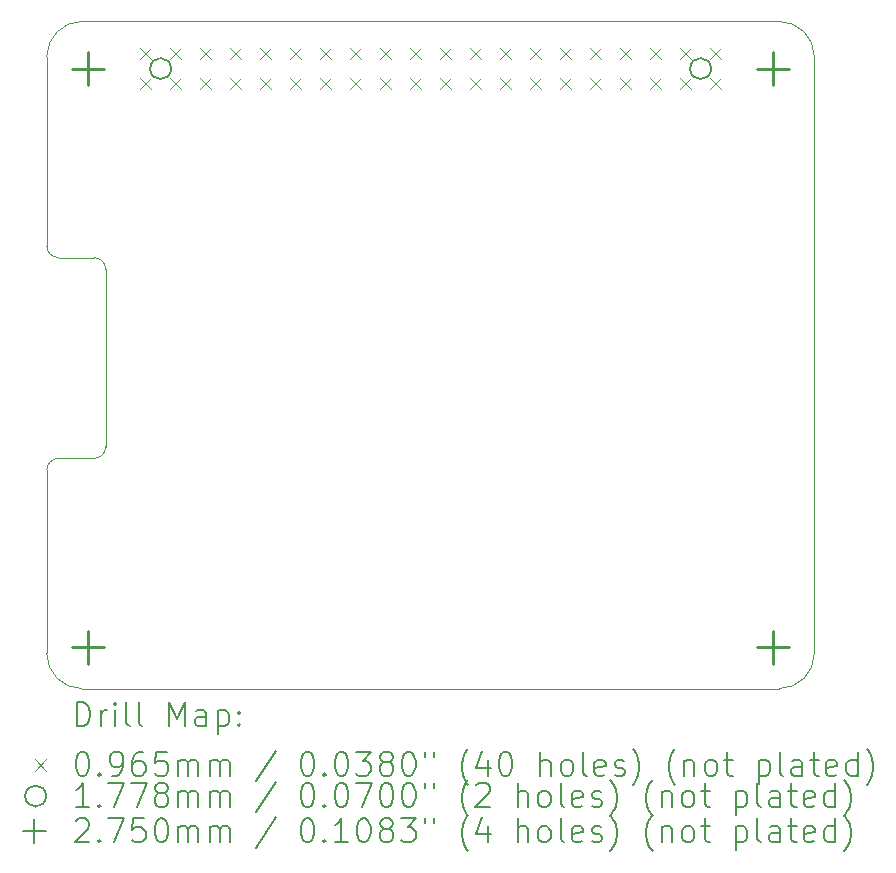
<source format=gbr>
%TF.GenerationSoftware,KiCad,Pcbnew,8.0.6*%
%TF.CreationDate,2024-12-27T23:23:58+01:00*%
%TF.ProjectId,koyomi-lvds-hat,6b6f796f-6d69-42d6-9c76-64732d686174,rev?*%
%TF.SameCoordinates,Original*%
%TF.FileFunction,Drillmap*%
%TF.FilePolarity,Positive*%
%FSLAX45Y45*%
G04 Gerber Fmt 4.5, Leading zero omitted, Abs format (unit mm)*
G04 Created by KiCad (PCBNEW 8.0.6) date 2024-12-27 23:23:58*
%MOMM*%
%LPD*%
G01*
G04 APERTURE LIST*
%ADD10C,0.100000*%
%ADD11C,0.200000*%
%ADD12C,0.177800*%
%ADD13C,0.275000*%
G04 APERTURE END LIST*
D10*
X9100000Y-6000000D02*
X9100000Y-7550000D01*
X9100000Y-2500000D02*
X9100000Y-4100000D01*
X9100000Y-2500000D02*
G75*
G02*
X9400000Y-2200000I300000J0D01*
G01*
X9100000Y-6000000D02*
G75*
G02*
X9200000Y-5900000I100000J0D01*
G01*
X9400000Y-2200000D02*
X15300000Y-2200000D01*
X15600000Y-7550000D02*
G75*
G02*
X15300000Y-7850000I-300000J0D01*
G01*
X9400000Y-7850000D02*
G75*
G02*
X9100000Y-7550000I0J300000D01*
G01*
X9400000Y-7850000D02*
X15300000Y-7850000D01*
X15300000Y-2200000D02*
G75*
G02*
X15600000Y-2500000I0J-300000D01*
G01*
X9600000Y-4300000D02*
X9600000Y-5800000D01*
X9600000Y-5800000D02*
G75*
G02*
X9500000Y-5900000I-100000J0D01*
G01*
X9200000Y-4200000D02*
X9500000Y-4200000D01*
X9200000Y-5900000D02*
X9500000Y-5900000D01*
X9500000Y-4200000D02*
G75*
G02*
X9600000Y-4300000I0J-100000D01*
G01*
X9200000Y-4200000D02*
G75*
G02*
X9100000Y-4100000I0J100000D01*
G01*
X15600000Y-2500000D02*
X15600000Y-7550000D01*
D11*
D10*
X9888740Y-2424740D02*
X9985260Y-2521260D01*
X9985260Y-2424740D02*
X9888740Y-2521260D01*
X9888740Y-2678740D02*
X9985260Y-2775260D01*
X9985260Y-2678740D02*
X9888740Y-2775260D01*
X10142740Y-2424740D02*
X10239260Y-2521260D01*
X10239260Y-2424740D02*
X10142740Y-2521260D01*
X10142740Y-2678740D02*
X10239260Y-2775260D01*
X10239260Y-2678740D02*
X10142740Y-2775260D01*
X10396740Y-2424740D02*
X10493260Y-2521260D01*
X10493260Y-2424740D02*
X10396740Y-2521260D01*
X10396740Y-2678740D02*
X10493260Y-2775260D01*
X10493260Y-2678740D02*
X10396740Y-2775260D01*
X10650740Y-2424740D02*
X10747260Y-2521260D01*
X10747260Y-2424740D02*
X10650740Y-2521260D01*
X10650740Y-2678740D02*
X10747260Y-2775260D01*
X10747260Y-2678740D02*
X10650740Y-2775260D01*
X10904740Y-2424740D02*
X11001260Y-2521260D01*
X11001260Y-2424740D02*
X10904740Y-2521260D01*
X10904740Y-2678740D02*
X11001260Y-2775260D01*
X11001260Y-2678740D02*
X10904740Y-2775260D01*
X11158740Y-2424740D02*
X11255260Y-2521260D01*
X11255260Y-2424740D02*
X11158740Y-2521260D01*
X11158740Y-2678740D02*
X11255260Y-2775260D01*
X11255260Y-2678740D02*
X11158740Y-2775260D01*
X11412740Y-2424740D02*
X11509260Y-2521260D01*
X11509260Y-2424740D02*
X11412740Y-2521260D01*
X11412740Y-2678740D02*
X11509260Y-2775260D01*
X11509260Y-2678740D02*
X11412740Y-2775260D01*
X11666740Y-2424740D02*
X11763260Y-2521260D01*
X11763260Y-2424740D02*
X11666740Y-2521260D01*
X11666740Y-2678740D02*
X11763260Y-2775260D01*
X11763260Y-2678740D02*
X11666740Y-2775260D01*
X11920740Y-2424740D02*
X12017260Y-2521260D01*
X12017260Y-2424740D02*
X11920740Y-2521260D01*
X11920740Y-2678740D02*
X12017260Y-2775260D01*
X12017260Y-2678740D02*
X11920740Y-2775260D01*
X12174740Y-2424740D02*
X12271260Y-2521260D01*
X12271260Y-2424740D02*
X12174740Y-2521260D01*
X12174740Y-2678740D02*
X12271260Y-2775260D01*
X12271260Y-2678740D02*
X12174740Y-2775260D01*
X12428740Y-2424740D02*
X12525260Y-2521260D01*
X12525260Y-2424740D02*
X12428740Y-2521260D01*
X12428740Y-2678740D02*
X12525260Y-2775260D01*
X12525260Y-2678740D02*
X12428740Y-2775260D01*
X12682740Y-2424740D02*
X12779260Y-2521260D01*
X12779260Y-2424740D02*
X12682740Y-2521260D01*
X12682740Y-2678740D02*
X12779260Y-2775260D01*
X12779260Y-2678740D02*
X12682740Y-2775260D01*
X12936740Y-2424740D02*
X13033260Y-2521260D01*
X13033260Y-2424740D02*
X12936740Y-2521260D01*
X12936740Y-2678740D02*
X13033260Y-2775260D01*
X13033260Y-2678740D02*
X12936740Y-2775260D01*
X13190740Y-2424740D02*
X13287260Y-2521260D01*
X13287260Y-2424740D02*
X13190740Y-2521260D01*
X13190740Y-2678740D02*
X13287260Y-2775260D01*
X13287260Y-2678740D02*
X13190740Y-2775260D01*
X13444740Y-2424740D02*
X13541260Y-2521260D01*
X13541260Y-2424740D02*
X13444740Y-2521260D01*
X13444740Y-2678740D02*
X13541260Y-2775260D01*
X13541260Y-2678740D02*
X13444740Y-2775260D01*
X13698740Y-2424740D02*
X13795260Y-2521260D01*
X13795260Y-2424740D02*
X13698740Y-2521260D01*
X13698740Y-2678740D02*
X13795260Y-2775260D01*
X13795260Y-2678740D02*
X13698740Y-2775260D01*
X13952740Y-2424740D02*
X14049260Y-2521260D01*
X14049260Y-2424740D02*
X13952740Y-2521260D01*
X13952740Y-2678740D02*
X14049260Y-2775260D01*
X14049260Y-2678740D02*
X13952740Y-2775260D01*
X14206740Y-2424740D02*
X14303260Y-2521260D01*
X14303260Y-2424740D02*
X14206740Y-2521260D01*
X14206740Y-2678740D02*
X14303260Y-2775260D01*
X14303260Y-2678740D02*
X14206740Y-2775260D01*
X14460740Y-2424740D02*
X14557260Y-2521260D01*
X14557260Y-2424740D02*
X14460740Y-2521260D01*
X14460740Y-2678740D02*
X14557260Y-2775260D01*
X14557260Y-2678740D02*
X14460740Y-2775260D01*
X14714740Y-2424740D02*
X14811260Y-2521260D01*
X14811260Y-2424740D02*
X14714740Y-2521260D01*
X14714740Y-2678740D02*
X14811260Y-2775260D01*
X14811260Y-2678740D02*
X14714740Y-2775260D01*
D12*
X10152900Y-2600000D02*
G75*
G02*
X9975100Y-2600000I-88900J0D01*
G01*
X9975100Y-2600000D02*
G75*
G02*
X10152900Y-2600000I88900J0D01*
G01*
X14724900Y-2600000D02*
G75*
G02*
X14547100Y-2600000I-88900J0D01*
G01*
X14547100Y-2600000D02*
G75*
G02*
X14724900Y-2600000I88900J0D01*
G01*
D13*
X9450000Y-2462500D02*
X9450000Y-2737500D01*
X9312500Y-2600000D02*
X9587500Y-2600000D01*
X9450000Y-7362500D02*
X9450000Y-7637500D01*
X9312500Y-7500000D02*
X9587500Y-7500000D01*
X15250000Y-2462500D02*
X15250000Y-2737500D01*
X15112500Y-2600000D02*
X15387500Y-2600000D01*
X15250000Y-7362500D02*
X15250000Y-7637500D01*
X15112500Y-7500000D02*
X15387500Y-7500000D01*
D11*
X9355777Y-8166484D02*
X9355777Y-7966484D01*
X9355777Y-7966484D02*
X9403396Y-7966484D01*
X9403396Y-7966484D02*
X9431967Y-7976008D01*
X9431967Y-7976008D02*
X9451015Y-7995055D01*
X9451015Y-7995055D02*
X9460539Y-8014103D01*
X9460539Y-8014103D02*
X9470063Y-8052198D01*
X9470063Y-8052198D02*
X9470063Y-8080769D01*
X9470063Y-8080769D02*
X9460539Y-8118865D01*
X9460539Y-8118865D02*
X9451015Y-8137912D01*
X9451015Y-8137912D02*
X9431967Y-8156960D01*
X9431967Y-8156960D02*
X9403396Y-8166484D01*
X9403396Y-8166484D02*
X9355777Y-8166484D01*
X9555777Y-8166484D02*
X9555777Y-8033150D01*
X9555777Y-8071246D02*
X9565301Y-8052198D01*
X9565301Y-8052198D02*
X9574824Y-8042674D01*
X9574824Y-8042674D02*
X9593872Y-8033150D01*
X9593872Y-8033150D02*
X9612920Y-8033150D01*
X9679586Y-8166484D02*
X9679586Y-8033150D01*
X9679586Y-7966484D02*
X9670063Y-7976008D01*
X9670063Y-7976008D02*
X9679586Y-7985531D01*
X9679586Y-7985531D02*
X9689110Y-7976008D01*
X9689110Y-7976008D02*
X9679586Y-7966484D01*
X9679586Y-7966484D02*
X9679586Y-7985531D01*
X9803396Y-8166484D02*
X9784348Y-8156960D01*
X9784348Y-8156960D02*
X9774824Y-8137912D01*
X9774824Y-8137912D02*
X9774824Y-7966484D01*
X9908158Y-8166484D02*
X9889110Y-8156960D01*
X9889110Y-8156960D02*
X9879586Y-8137912D01*
X9879586Y-8137912D02*
X9879586Y-7966484D01*
X10136729Y-8166484D02*
X10136729Y-7966484D01*
X10136729Y-7966484D02*
X10203396Y-8109341D01*
X10203396Y-8109341D02*
X10270063Y-7966484D01*
X10270063Y-7966484D02*
X10270063Y-8166484D01*
X10451015Y-8166484D02*
X10451015Y-8061722D01*
X10451015Y-8061722D02*
X10441491Y-8042674D01*
X10441491Y-8042674D02*
X10422444Y-8033150D01*
X10422444Y-8033150D02*
X10384348Y-8033150D01*
X10384348Y-8033150D02*
X10365301Y-8042674D01*
X10451015Y-8156960D02*
X10431967Y-8166484D01*
X10431967Y-8166484D02*
X10384348Y-8166484D01*
X10384348Y-8166484D02*
X10365301Y-8156960D01*
X10365301Y-8156960D02*
X10355777Y-8137912D01*
X10355777Y-8137912D02*
X10355777Y-8118865D01*
X10355777Y-8118865D02*
X10365301Y-8099817D01*
X10365301Y-8099817D02*
X10384348Y-8090293D01*
X10384348Y-8090293D02*
X10431967Y-8090293D01*
X10431967Y-8090293D02*
X10451015Y-8080769D01*
X10546253Y-8033150D02*
X10546253Y-8233150D01*
X10546253Y-8042674D02*
X10565301Y-8033150D01*
X10565301Y-8033150D02*
X10603396Y-8033150D01*
X10603396Y-8033150D02*
X10622444Y-8042674D01*
X10622444Y-8042674D02*
X10631967Y-8052198D01*
X10631967Y-8052198D02*
X10641491Y-8071246D01*
X10641491Y-8071246D02*
X10641491Y-8128388D01*
X10641491Y-8128388D02*
X10631967Y-8147436D01*
X10631967Y-8147436D02*
X10622444Y-8156960D01*
X10622444Y-8156960D02*
X10603396Y-8166484D01*
X10603396Y-8166484D02*
X10565301Y-8166484D01*
X10565301Y-8166484D02*
X10546253Y-8156960D01*
X10727205Y-8147436D02*
X10736729Y-8156960D01*
X10736729Y-8156960D02*
X10727205Y-8166484D01*
X10727205Y-8166484D02*
X10717682Y-8156960D01*
X10717682Y-8156960D02*
X10727205Y-8147436D01*
X10727205Y-8147436D02*
X10727205Y-8166484D01*
X10727205Y-8042674D02*
X10736729Y-8052198D01*
X10736729Y-8052198D02*
X10727205Y-8061722D01*
X10727205Y-8061722D02*
X10717682Y-8052198D01*
X10717682Y-8052198D02*
X10727205Y-8042674D01*
X10727205Y-8042674D02*
X10727205Y-8061722D01*
D10*
X8998480Y-8446740D02*
X9095000Y-8543260D01*
X9095000Y-8446740D02*
X8998480Y-8543260D01*
D11*
X9393872Y-8386484D02*
X9412920Y-8386484D01*
X9412920Y-8386484D02*
X9431967Y-8396008D01*
X9431967Y-8396008D02*
X9441491Y-8405531D01*
X9441491Y-8405531D02*
X9451015Y-8424579D01*
X9451015Y-8424579D02*
X9460539Y-8462674D01*
X9460539Y-8462674D02*
X9460539Y-8510293D01*
X9460539Y-8510293D02*
X9451015Y-8548389D01*
X9451015Y-8548389D02*
X9441491Y-8567436D01*
X9441491Y-8567436D02*
X9431967Y-8576960D01*
X9431967Y-8576960D02*
X9412920Y-8586484D01*
X9412920Y-8586484D02*
X9393872Y-8586484D01*
X9393872Y-8586484D02*
X9374824Y-8576960D01*
X9374824Y-8576960D02*
X9365301Y-8567436D01*
X9365301Y-8567436D02*
X9355777Y-8548389D01*
X9355777Y-8548389D02*
X9346253Y-8510293D01*
X9346253Y-8510293D02*
X9346253Y-8462674D01*
X9346253Y-8462674D02*
X9355777Y-8424579D01*
X9355777Y-8424579D02*
X9365301Y-8405531D01*
X9365301Y-8405531D02*
X9374824Y-8396008D01*
X9374824Y-8396008D02*
X9393872Y-8386484D01*
X9546253Y-8567436D02*
X9555777Y-8576960D01*
X9555777Y-8576960D02*
X9546253Y-8586484D01*
X9546253Y-8586484D02*
X9536729Y-8576960D01*
X9536729Y-8576960D02*
X9546253Y-8567436D01*
X9546253Y-8567436D02*
X9546253Y-8586484D01*
X9651015Y-8586484D02*
X9689110Y-8586484D01*
X9689110Y-8586484D02*
X9708158Y-8576960D01*
X9708158Y-8576960D02*
X9717682Y-8567436D01*
X9717682Y-8567436D02*
X9736729Y-8538865D01*
X9736729Y-8538865D02*
X9746253Y-8500770D01*
X9746253Y-8500770D02*
X9746253Y-8424579D01*
X9746253Y-8424579D02*
X9736729Y-8405531D01*
X9736729Y-8405531D02*
X9727205Y-8396008D01*
X9727205Y-8396008D02*
X9708158Y-8386484D01*
X9708158Y-8386484D02*
X9670063Y-8386484D01*
X9670063Y-8386484D02*
X9651015Y-8396008D01*
X9651015Y-8396008D02*
X9641491Y-8405531D01*
X9641491Y-8405531D02*
X9631967Y-8424579D01*
X9631967Y-8424579D02*
X9631967Y-8472198D01*
X9631967Y-8472198D02*
X9641491Y-8491246D01*
X9641491Y-8491246D02*
X9651015Y-8500770D01*
X9651015Y-8500770D02*
X9670063Y-8510293D01*
X9670063Y-8510293D02*
X9708158Y-8510293D01*
X9708158Y-8510293D02*
X9727205Y-8500770D01*
X9727205Y-8500770D02*
X9736729Y-8491246D01*
X9736729Y-8491246D02*
X9746253Y-8472198D01*
X9917682Y-8386484D02*
X9879586Y-8386484D01*
X9879586Y-8386484D02*
X9860539Y-8396008D01*
X9860539Y-8396008D02*
X9851015Y-8405531D01*
X9851015Y-8405531D02*
X9831967Y-8434103D01*
X9831967Y-8434103D02*
X9822444Y-8472198D01*
X9822444Y-8472198D02*
X9822444Y-8548389D01*
X9822444Y-8548389D02*
X9831967Y-8567436D01*
X9831967Y-8567436D02*
X9841491Y-8576960D01*
X9841491Y-8576960D02*
X9860539Y-8586484D01*
X9860539Y-8586484D02*
X9898634Y-8586484D01*
X9898634Y-8586484D02*
X9917682Y-8576960D01*
X9917682Y-8576960D02*
X9927205Y-8567436D01*
X9927205Y-8567436D02*
X9936729Y-8548389D01*
X9936729Y-8548389D02*
X9936729Y-8500770D01*
X9936729Y-8500770D02*
X9927205Y-8481722D01*
X9927205Y-8481722D02*
X9917682Y-8472198D01*
X9917682Y-8472198D02*
X9898634Y-8462674D01*
X9898634Y-8462674D02*
X9860539Y-8462674D01*
X9860539Y-8462674D02*
X9841491Y-8472198D01*
X9841491Y-8472198D02*
X9831967Y-8481722D01*
X9831967Y-8481722D02*
X9822444Y-8500770D01*
X10117682Y-8386484D02*
X10022444Y-8386484D01*
X10022444Y-8386484D02*
X10012920Y-8481722D01*
X10012920Y-8481722D02*
X10022444Y-8472198D01*
X10022444Y-8472198D02*
X10041491Y-8462674D01*
X10041491Y-8462674D02*
X10089110Y-8462674D01*
X10089110Y-8462674D02*
X10108158Y-8472198D01*
X10108158Y-8472198D02*
X10117682Y-8481722D01*
X10117682Y-8481722D02*
X10127205Y-8500770D01*
X10127205Y-8500770D02*
X10127205Y-8548389D01*
X10127205Y-8548389D02*
X10117682Y-8567436D01*
X10117682Y-8567436D02*
X10108158Y-8576960D01*
X10108158Y-8576960D02*
X10089110Y-8586484D01*
X10089110Y-8586484D02*
X10041491Y-8586484D01*
X10041491Y-8586484D02*
X10022444Y-8576960D01*
X10022444Y-8576960D02*
X10012920Y-8567436D01*
X10212920Y-8586484D02*
X10212920Y-8453150D01*
X10212920Y-8472198D02*
X10222444Y-8462674D01*
X10222444Y-8462674D02*
X10241491Y-8453150D01*
X10241491Y-8453150D02*
X10270063Y-8453150D01*
X10270063Y-8453150D02*
X10289110Y-8462674D01*
X10289110Y-8462674D02*
X10298634Y-8481722D01*
X10298634Y-8481722D02*
X10298634Y-8586484D01*
X10298634Y-8481722D02*
X10308158Y-8462674D01*
X10308158Y-8462674D02*
X10327205Y-8453150D01*
X10327205Y-8453150D02*
X10355777Y-8453150D01*
X10355777Y-8453150D02*
X10374825Y-8462674D01*
X10374825Y-8462674D02*
X10384348Y-8481722D01*
X10384348Y-8481722D02*
X10384348Y-8586484D01*
X10479586Y-8586484D02*
X10479586Y-8453150D01*
X10479586Y-8472198D02*
X10489110Y-8462674D01*
X10489110Y-8462674D02*
X10508158Y-8453150D01*
X10508158Y-8453150D02*
X10536729Y-8453150D01*
X10536729Y-8453150D02*
X10555777Y-8462674D01*
X10555777Y-8462674D02*
X10565301Y-8481722D01*
X10565301Y-8481722D02*
X10565301Y-8586484D01*
X10565301Y-8481722D02*
X10574825Y-8462674D01*
X10574825Y-8462674D02*
X10593872Y-8453150D01*
X10593872Y-8453150D02*
X10622444Y-8453150D01*
X10622444Y-8453150D02*
X10641491Y-8462674D01*
X10641491Y-8462674D02*
X10651015Y-8481722D01*
X10651015Y-8481722D02*
X10651015Y-8586484D01*
X11041491Y-8376960D02*
X10870063Y-8634103D01*
X11298634Y-8386484D02*
X11317682Y-8386484D01*
X11317682Y-8386484D02*
X11336729Y-8396008D01*
X11336729Y-8396008D02*
X11346253Y-8405531D01*
X11346253Y-8405531D02*
X11355777Y-8424579D01*
X11355777Y-8424579D02*
X11365301Y-8462674D01*
X11365301Y-8462674D02*
X11365301Y-8510293D01*
X11365301Y-8510293D02*
X11355777Y-8548389D01*
X11355777Y-8548389D02*
X11346253Y-8567436D01*
X11346253Y-8567436D02*
X11336729Y-8576960D01*
X11336729Y-8576960D02*
X11317682Y-8586484D01*
X11317682Y-8586484D02*
X11298634Y-8586484D01*
X11298634Y-8586484D02*
X11279586Y-8576960D01*
X11279586Y-8576960D02*
X11270063Y-8567436D01*
X11270063Y-8567436D02*
X11260539Y-8548389D01*
X11260539Y-8548389D02*
X11251015Y-8510293D01*
X11251015Y-8510293D02*
X11251015Y-8462674D01*
X11251015Y-8462674D02*
X11260539Y-8424579D01*
X11260539Y-8424579D02*
X11270063Y-8405531D01*
X11270063Y-8405531D02*
X11279586Y-8396008D01*
X11279586Y-8396008D02*
X11298634Y-8386484D01*
X11451015Y-8567436D02*
X11460539Y-8576960D01*
X11460539Y-8576960D02*
X11451015Y-8586484D01*
X11451015Y-8586484D02*
X11441491Y-8576960D01*
X11441491Y-8576960D02*
X11451015Y-8567436D01*
X11451015Y-8567436D02*
X11451015Y-8586484D01*
X11584348Y-8386484D02*
X11603396Y-8386484D01*
X11603396Y-8386484D02*
X11622444Y-8396008D01*
X11622444Y-8396008D02*
X11631967Y-8405531D01*
X11631967Y-8405531D02*
X11641491Y-8424579D01*
X11641491Y-8424579D02*
X11651015Y-8462674D01*
X11651015Y-8462674D02*
X11651015Y-8510293D01*
X11651015Y-8510293D02*
X11641491Y-8548389D01*
X11641491Y-8548389D02*
X11631967Y-8567436D01*
X11631967Y-8567436D02*
X11622444Y-8576960D01*
X11622444Y-8576960D02*
X11603396Y-8586484D01*
X11603396Y-8586484D02*
X11584348Y-8586484D01*
X11584348Y-8586484D02*
X11565301Y-8576960D01*
X11565301Y-8576960D02*
X11555777Y-8567436D01*
X11555777Y-8567436D02*
X11546253Y-8548389D01*
X11546253Y-8548389D02*
X11536729Y-8510293D01*
X11536729Y-8510293D02*
X11536729Y-8462674D01*
X11536729Y-8462674D02*
X11546253Y-8424579D01*
X11546253Y-8424579D02*
X11555777Y-8405531D01*
X11555777Y-8405531D02*
X11565301Y-8396008D01*
X11565301Y-8396008D02*
X11584348Y-8386484D01*
X11717682Y-8386484D02*
X11841491Y-8386484D01*
X11841491Y-8386484D02*
X11774825Y-8462674D01*
X11774825Y-8462674D02*
X11803396Y-8462674D01*
X11803396Y-8462674D02*
X11822444Y-8472198D01*
X11822444Y-8472198D02*
X11831967Y-8481722D01*
X11831967Y-8481722D02*
X11841491Y-8500770D01*
X11841491Y-8500770D02*
X11841491Y-8548389D01*
X11841491Y-8548389D02*
X11831967Y-8567436D01*
X11831967Y-8567436D02*
X11822444Y-8576960D01*
X11822444Y-8576960D02*
X11803396Y-8586484D01*
X11803396Y-8586484D02*
X11746253Y-8586484D01*
X11746253Y-8586484D02*
X11727206Y-8576960D01*
X11727206Y-8576960D02*
X11717682Y-8567436D01*
X11955777Y-8472198D02*
X11936729Y-8462674D01*
X11936729Y-8462674D02*
X11927206Y-8453150D01*
X11927206Y-8453150D02*
X11917682Y-8434103D01*
X11917682Y-8434103D02*
X11917682Y-8424579D01*
X11917682Y-8424579D02*
X11927206Y-8405531D01*
X11927206Y-8405531D02*
X11936729Y-8396008D01*
X11936729Y-8396008D02*
X11955777Y-8386484D01*
X11955777Y-8386484D02*
X11993872Y-8386484D01*
X11993872Y-8386484D02*
X12012920Y-8396008D01*
X12012920Y-8396008D02*
X12022444Y-8405531D01*
X12022444Y-8405531D02*
X12031967Y-8424579D01*
X12031967Y-8424579D02*
X12031967Y-8434103D01*
X12031967Y-8434103D02*
X12022444Y-8453150D01*
X12022444Y-8453150D02*
X12012920Y-8462674D01*
X12012920Y-8462674D02*
X11993872Y-8472198D01*
X11993872Y-8472198D02*
X11955777Y-8472198D01*
X11955777Y-8472198D02*
X11936729Y-8481722D01*
X11936729Y-8481722D02*
X11927206Y-8491246D01*
X11927206Y-8491246D02*
X11917682Y-8510293D01*
X11917682Y-8510293D02*
X11917682Y-8548389D01*
X11917682Y-8548389D02*
X11927206Y-8567436D01*
X11927206Y-8567436D02*
X11936729Y-8576960D01*
X11936729Y-8576960D02*
X11955777Y-8586484D01*
X11955777Y-8586484D02*
X11993872Y-8586484D01*
X11993872Y-8586484D02*
X12012920Y-8576960D01*
X12012920Y-8576960D02*
X12022444Y-8567436D01*
X12022444Y-8567436D02*
X12031967Y-8548389D01*
X12031967Y-8548389D02*
X12031967Y-8510293D01*
X12031967Y-8510293D02*
X12022444Y-8491246D01*
X12022444Y-8491246D02*
X12012920Y-8481722D01*
X12012920Y-8481722D02*
X11993872Y-8472198D01*
X12155777Y-8386484D02*
X12174825Y-8386484D01*
X12174825Y-8386484D02*
X12193872Y-8396008D01*
X12193872Y-8396008D02*
X12203396Y-8405531D01*
X12203396Y-8405531D02*
X12212920Y-8424579D01*
X12212920Y-8424579D02*
X12222444Y-8462674D01*
X12222444Y-8462674D02*
X12222444Y-8510293D01*
X12222444Y-8510293D02*
X12212920Y-8548389D01*
X12212920Y-8548389D02*
X12203396Y-8567436D01*
X12203396Y-8567436D02*
X12193872Y-8576960D01*
X12193872Y-8576960D02*
X12174825Y-8586484D01*
X12174825Y-8586484D02*
X12155777Y-8586484D01*
X12155777Y-8586484D02*
X12136729Y-8576960D01*
X12136729Y-8576960D02*
X12127206Y-8567436D01*
X12127206Y-8567436D02*
X12117682Y-8548389D01*
X12117682Y-8548389D02*
X12108158Y-8510293D01*
X12108158Y-8510293D02*
X12108158Y-8462674D01*
X12108158Y-8462674D02*
X12117682Y-8424579D01*
X12117682Y-8424579D02*
X12127206Y-8405531D01*
X12127206Y-8405531D02*
X12136729Y-8396008D01*
X12136729Y-8396008D02*
X12155777Y-8386484D01*
X12298634Y-8386484D02*
X12298634Y-8424579D01*
X12374825Y-8386484D02*
X12374825Y-8424579D01*
X12670063Y-8662674D02*
X12660539Y-8653150D01*
X12660539Y-8653150D02*
X12641491Y-8624579D01*
X12641491Y-8624579D02*
X12631968Y-8605531D01*
X12631968Y-8605531D02*
X12622444Y-8576960D01*
X12622444Y-8576960D02*
X12612920Y-8529341D01*
X12612920Y-8529341D02*
X12612920Y-8491246D01*
X12612920Y-8491246D02*
X12622444Y-8443627D01*
X12622444Y-8443627D02*
X12631968Y-8415055D01*
X12631968Y-8415055D02*
X12641491Y-8396008D01*
X12641491Y-8396008D02*
X12660539Y-8367436D01*
X12660539Y-8367436D02*
X12670063Y-8357912D01*
X12831968Y-8453150D02*
X12831968Y-8586484D01*
X12784348Y-8376960D02*
X12736729Y-8519817D01*
X12736729Y-8519817D02*
X12860539Y-8519817D01*
X12974825Y-8386484D02*
X12993872Y-8386484D01*
X12993872Y-8386484D02*
X13012920Y-8396008D01*
X13012920Y-8396008D02*
X13022444Y-8405531D01*
X13022444Y-8405531D02*
X13031968Y-8424579D01*
X13031968Y-8424579D02*
X13041491Y-8462674D01*
X13041491Y-8462674D02*
X13041491Y-8510293D01*
X13041491Y-8510293D02*
X13031968Y-8548389D01*
X13031968Y-8548389D02*
X13022444Y-8567436D01*
X13022444Y-8567436D02*
X13012920Y-8576960D01*
X13012920Y-8576960D02*
X12993872Y-8586484D01*
X12993872Y-8586484D02*
X12974825Y-8586484D01*
X12974825Y-8586484D02*
X12955777Y-8576960D01*
X12955777Y-8576960D02*
X12946253Y-8567436D01*
X12946253Y-8567436D02*
X12936729Y-8548389D01*
X12936729Y-8548389D02*
X12927206Y-8510293D01*
X12927206Y-8510293D02*
X12927206Y-8462674D01*
X12927206Y-8462674D02*
X12936729Y-8424579D01*
X12936729Y-8424579D02*
X12946253Y-8405531D01*
X12946253Y-8405531D02*
X12955777Y-8396008D01*
X12955777Y-8396008D02*
X12974825Y-8386484D01*
X13279587Y-8586484D02*
X13279587Y-8386484D01*
X13365301Y-8586484D02*
X13365301Y-8481722D01*
X13365301Y-8481722D02*
X13355777Y-8462674D01*
X13355777Y-8462674D02*
X13336730Y-8453150D01*
X13336730Y-8453150D02*
X13308158Y-8453150D01*
X13308158Y-8453150D02*
X13289110Y-8462674D01*
X13289110Y-8462674D02*
X13279587Y-8472198D01*
X13489110Y-8586484D02*
X13470063Y-8576960D01*
X13470063Y-8576960D02*
X13460539Y-8567436D01*
X13460539Y-8567436D02*
X13451015Y-8548389D01*
X13451015Y-8548389D02*
X13451015Y-8491246D01*
X13451015Y-8491246D02*
X13460539Y-8472198D01*
X13460539Y-8472198D02*
X13470063Y-8462674D01*
X13470063Y-8462674D02*
X13489110Y-8453150D01*
X13489110Y-8453150D02*
X13517682Y-8453150D01*
X13517682Y-8453150D02*
X13536730Y-8462674D01*
X13536730Y-8462674D02*
X13546253Y-8472198D01*
X13546253Y-8472198D02*
X13555777Y-8491246D01*
X13555777Y-8491246D02*
X13555777Y-8548389D01*
X13555777Y-8548389D02*
X13546253Y-8567436D01*
X13546253Y-8567436D02*
X13536730Y-8576960D01*
X13536730Y-8576960D02*
X13517682Y-8586484D01*
X13517682Y-8586484D02*
X13489110Y-8586484D01*
X13670063Y-8586484D02*
X13651015Y-8576960D01*
X13651015Y-8576960D02*
X13641491Y-8557912D01*
X13641491Y-8557912D02*
X13641491Y-8386484D01*
X13822444Y-8576960D02*
X13803396Y-8586484D01*
X13803396Y-8586484D02*
X13765301Y-8586484D01*
X13765301Y-8586484D02*
X13746253Y-8576960D01*
X13746253Y-8576960D02*
X13736730Y-8557912D01*
X13736730Y-8557912D02*
X13736730Y-8481722D01*
X13736730Y-8481722D02*
X13746253Y-8462674D01*
X13746253Y-8462674D02*
X13765301Y-8453150D01*
X13765301Y-8453150D02*
X13803396Y-8453150D01*
X13803396Y-8453150D02*
X13822444Y-8462674D01*
X13822444Y-8462674D02*
X13831968Y-8481722D01*
X13831968Y-8481722D02*
X13831968Y-8500770D01*
X13831968Y-8500770D02*
X13736730Y-8519817D01*
X13908158Y-8576960D02*
X13927206Y-8586484D01*
X13927206Y-8586484D02*
X13965301Y-8586484D01*
X13965301Y-8586484D02*
X13984349Y-8576960D01*
X13984349Y-8576960D02*
X13993872Y-8557912D01*
X13993872Y-8557912D02*
X13993872Y-8548389D01*
X13993872Y-8548389D02*
X13984349Y-8529341D01*
X13984349Y-8529341D02*
X13965301Y-8519817D01*
X13965301Y-8519817D02*
X13936730Y-8519817D01*
X13936730Y-8519817D02*
X13917682Y-8510293D01*
X13917682Y-8510293D02*
X13908158Y-8491246D01*
X13908158Y-8491246D02*
X13908158Y-8481722D01*
X13908158Y-8481722D02*
X13917682Y-8462674D01*
X13917682Y-8462674D02*
X13936730Y-8453150D01*
X13936730Y-8453150D02*
X13965301Y-8453150D01*
X13965301Y-8453150D02*
X13984349Y-8462674D01*
X14060539Y-8662674D02*
X14070063Y-8653150D01*
X14070063Y-8653150D02*
X14089111Y-8624579D01*
X14089111Y-8624579D02*
X14098634Y-8605531D01*
X14098634Y-8605531D02*
X14108158Y-8576960D01*
X14108158Y-8576960D02*
X14117682Y-8529341D01*
X14117682Y-8529341D02*
X14117682Y-8491246D01*
X14117682Y-8491246D02*
X14108158Y-8443627D01*
X14108158Y-8443627D02*
X14098634Y-8415055D01*
X14098634Y-8415055D02*
X14089111Y-8396008D01*
X14089111Y-8396008D02*
X14070063Y-8367436D01*
X14070063Y-8367436D02*
X14060539Y-8357912D01*
X14422444Y-8662674D02*
X14412920Y-8653150D01*
X14412920Y-8653150D02*
X14393872Y-8624579D01*
X14393872Y-8624579D02*
X14384349Y-8605531D01*
X14384349Y-8605531D02*
X14374825Y-8576960D01*
X14374825Y-8576960D02*
X14365301Y-8529341D01*
X14365301Y-8529341D02*
X14365301Y-8491246D01*
X14365301Y-8491246D02*
X14374825Y-8443627D01*
X14374825Y-8443627D02*
X14384349Y-8415055D01*
X14384349Y-8415055D02*
X14393872Y-8396008D01*
X14393872Y-8396008D02*
X14412920Y-8367436D01*
X14412920Y-8367436D02*
X14422444Y-8357912D01*
X14498634Y-8453150D02*
X14498634Y-8586484D01*
X14498634Y-8472198D02*
X14508158Y-8462674D01*
X14508158Y-8462674D02*
X14527206Y-8453150D01*
X14527206Y-8453150D02*
X14555777Y-8453150D01*
X14555777Y-8453150D02*
X14574825Y-8462674D01*
X14574825Y-8462674D02*
X14584349Y-8481722D01*
X14584349Y-8481722D02*
X14584349Y-8586484D01*
X14708158Y-8586484D02*
X14689111Y-8576960D01*
X14689111Y-8576960D02*
X14679587Y-8567436D01*
X14679587Y-8567436D02*
X14670063Y-8548389D01*
X14670063Y-8548389D02*
X14670063Y-8491246D01*
X14670063Y-8491246D02*
X14679587Y-8472198D01*
X14679587Y-8472198D02*
X14689111Y-8462674D01*
X14689111Y-8462674D02*
X14708158Y-8453150D01*
X14708158Y-8453150D02*
X14736730Y-8453150D01*
X14736730Y-8453150D02*
X14755777Y-8462674D01*
X14755777Y-8462674D02*
X14765301Y-8472198D01*
X14765301Y-8472198D02*
X14774825Y-8491246D01*
X14774825Y-8491246D02*
X14774825Y-8548389D01*
X14774825Y-8548389D02*
X14765301Y-8567436D01*
X14765301Y-8567436D02*
X14755777Y-8576960D01*
X14755777Y-8576960D02*
X14736730Y-8586484D01*
X14736730Y-8586484D02*
X14708158Y-8586484D01*
X14831968Y-8453150D02*
X14908158Y-8453150D01*
X14860539Y-8386484D02*
X14860539Y-8557912D01*
X14860539Y-8557912D02*
X14870063Y-8576960D01*
X14870063Y-8576960D02*
X14889111Y-8586484D01*
X14889111Y-8586484D02*
X14908158Y-8586484D01*
X15127206Y-8453150D02*
X15127206Y-8653150D01*
X15127206Y-8462674D02*
X15146253Y-8453150D01*
X15146253Y-8453150D02*
X15184349Y-8453150D01*
X15184349Y-8453150D02*
X15203396Y-8462674D01*
X15203396Y-8462674D02*
X15212920Y-8472198D01*
X15212920Y-8472198D02*
X15222444Y-8491246D01*
X15222444Y-8491246D02*
X15222444Y-8548389D01*
X15222444Y-8548389D02*
X15212920Y-8567436D01*
X15212920Y-8567436D02*
X15203396Y-8576960D01*
X15203396Y-8576960D02*
X15184349Y-8586484D01*
X15184349Y-8586484D02*
X15146253Y-8586484D01*
X15146253Y-8586484D02*
X15127206Y-8576960D01*
X15336730Y-8586484D02*
X15317682Y-8576960D01*
X15317682Y-8576960D02*
X15308158Y-8557912D01*
X15308158Y-8557912D02*
X15308158Y-8386484D01*
X15498634Y-8586484D02*
X15498634Y-8481722D01*
X15498634Y-8481722D02*
X15489111Y-8462674D01*
X15489111Y-8462674D02*
X15470063Y-8453150D01*
X15470063Y-8453150D02*
X15431968Y-8453150D01*
X15431968Y-8453150D02*
X15412920Y-8462674D01*
X15498634Y-8576960D02*
X15479587Y-8586484D01*
X15479587Y-8586484D02*
X15431968Y-8586484D01*
X15431968Y-8586484D02*
X15412920Y-8576960D01*
X15412920Y-8576960D02*
X15403396Y-8557912D01*
X15403396Y-8557912D02*
X15403396Y-8538865D01*
X15403396Y-8538865D02*
X15412920Y-8519817D01*
X15412920Y-8519817D02*
X15431968Y-8510293D01*
X15431968Y-8510293D02*
X15479587Y-8510293D01*
X15479587Y-8510293D02*
X15498634Y-8500770D01*
X15565301Y-8453150D02*
X15641492Y-8453150D01*
X15593873Y-8386484D02*
X15593873Y-8557912D01*
X15593873Y-8557912D02*
X15603396Y-8576960D01*
X15603396Y-8576960D02*
X15622444Y-8586484D01*
X15622444Y-8586484D02*
X15641492Y-8586484D01*
X15784349Y-8576960D02*
X15765301Y-8586484D01*
X15765301Y-8586484D02*
X15727206Y-8586484D01*
X15727206Y-8586484D02*
X15708158Y-8576960D01*
X15708158Y-8576960D02*
X15698634Y-8557912D01*
X15698634Y-8557912D02*
X15698634Y-8481722D01*
X15698634Y-8481722D02*
X15708158Y-8462674D01*
X15708158Y-8462674D02*
X15727206Y-8453150D01*
X15727206Y-8453150D02*
X15765301Y-8453150D01*
X15765301Y-8453150D02*
X15784349Y-8462674D01*
X15784349Y-8462674D02*
X15793873Y-8481722D01*
X15793873Y-8481722D02*
X15793873Y-8500770D01*
X15793873Y-8500770D02*
X15698634Y-8519817D01*
X15965301Y-8586484D02*
X15965301Y-8386484D01*
X15965301Y-8576960D02*
X15946254Y-8586484D01*
X15946254Y-8586484D02*
X15908158Y-8586484D01*
X15908158Y-8586484D02*
X15889111Y-8576960D01*
X15889111Y-8576960D02*
X15879587Y-8567436D01*
X15879587Y-8567436D02*
X15870063Y-8548389D01*
X15870063Y-8548389D02*
X15870063Y-8491246D01*
X15870063Y-8491246D02*
X15879587Y-8472198D01*
X15879587Y-8472198D02*
X15889111Y-8462674D01*
X15889111Y-8462674D02*
X15908158Y-8453150D01*
X15908158Y-8453150D02*
X15946254Y-8453150D01*
X15946254Y-8453150D02*
X15965301Y-8462674D01*
X16041492Y-8662674D02*
X16051015Y-8653150D01*
X16051015Y-8653150D02*
X16070063Y-8624579D01*
X16070063Y-8624579D02*
X16079587Y-8605531D01*
X16079587Y-8605531D02*
X16089111Y-8576960D01*
X16089111Y-8576960D02*
X16098634Y-8529341D01*
X16098634Y-8529341D02*
X16098634Y-8491246D01*
X16098634Y-8491246D02*
X16089111Y-8443627D01*
X16089111Y-8443627D02*
X16079587Y-8415055D01*
X16079587Y-8415055D02*
X16070063Y-8396008D01*
X16070063Y-8396008D02*
X16051015Y-8367436D01*
X16051015Y-8367436D02*
X16041492Y-8357912D01*
D12*
X9095000Y-8759000D02*
G75*
G02*
X8917200Y-8759000I-88900J0D01*
G01*
X8917200Y-8759000D02*
G75*
G02*
X9095000Y-8759000I88900J0D01*
G01*
D11*
X9460539Y-8850484D02*
X9346253Y-8850484D01*
X9403396Y-8850484D02*
X9403396Y-8650484D01*
X9403396Y-8650484D02*
X9384348Y-8679055D01*
X9384348Y-8679055D02*
X9365301Y-8698103D01*
X9365301Y-8698103D02*
X9346253Y-8707627D01*
X9546253Y-8831436D02*
X9555777Y-8840960D01*
X9555777Y-8840960D02*
X9546253Y-8850484D01*
X9546253Y-8850484D02*
X9536729Y-8840960D01*
X9536729Y-8840960D02*
X9546253Y-8831436D01*
X9546253Y-8831436D02*
X9546253Y-8850484D01*
X9622444Y-8650484D02*
X9755777Y-8650484D01*
X9755777Y-8650484D02*
X9670063Y-8850484D01*
X9812920Y-8650484D02*
X9946253Y-8650484D01*
X9946253Y-8650484D02*
X9860539Y-8850484D01*
X10051015Y-8736198D02*
X10031967Y-8726674D01*
X10031967Y-8726674D02*
X10022444Y-8717150D01*
X10022444Y-8717150D02*
X10012920Y-8698103D01*
X10012920Y-8698103D02*
X10012920Y-8688579D01*
X10012920Y-8688579D02*
X10022444Y-8669531D01*
X10022444Y-8669531D02*
X10031967Y-8660008D01*
X10031967Y-8660008D02*
X10051015Y-8650484D01*
X10051015Y-8650484D02*
X10089110Y-8650484D01*
X10089110Y-8650484D02*
X10108158Y-8660008D01*
X10108158Y-8660008D02*
X10117682Y-8669531D01*
X10117682Y-8669531D02*
X10127205Y-8688579D01*
X10127205Y-8688579D02*
X10127205Y-8698103D01*
X10127205Y-8698103D02*
X10117682Y-8717150D01*
X10117682Y-8717150D02*
X10108158Y-8726674D01*
X10108158Y-8726674D02*
X10089110Y-8736198D01*
X10089110Y-8736198D02*
X10051015Y-8736198D01*
X10051015Y-8736198D02*
X10031967Y-8745722D01*
X10031967Y-8745722D02*
X10022444Y-8755246D01*
X10022444Y-8755246D02*
X10012920Y-8774293D01*
X10012920Y-8774293D02*
X10012920Y-8812389D01*
X10012920Y-8812389D02*
X10022444Y-8831436D01*
X10022444Y-8831436D02*
X10031967Y-8840960D01*
X10031967Y-8840960D02*
X10051015Y-8850484D01*
X10051015Y-8850484D02*
X10089110Y-8850484D01*
X10089110Y-8850484D02*
X10108158Y-8840960D01*
X10108158Y-8840960D02*
X10117682Y-8831436D01*
X10117682Y-8831436D02*
X10127205Y-8812389D01*
X10127205Y-8812389D02*
X10127205Y-8774293D01*
X10127205Y-8774293D02*
X10117682Y-8755246D01*
X10117682Y-8755246D02*
X10108158Y-8745722D01*
X10108158Y-8745722D02*
X10089110Y-8736198D01*
X10212920Y-8850484D02*
X10212920Y-8717150D01*
X10212920Y-8736198D02*
X10222444Y-8726674D01*
X10222444Y-8726674D02*
X10241491Y-8717150D01*
X10241491Y-8717150D02*
X10270063Y-8717150D01*
X10270063Y-8717150D02*
X10289110Y-8726674D01*
X10289110Y-8726674D02*
X10298634Y-8745722D01*
X10298634Y-8745722D02*
X10298634Y-8850484D01*
X10298634Y-8745722D02*
X10308158Y-8726674D01*
X10308158Y-8726674D02*
X10327205Y-8717150D01*
X10327205Y-8717150D02*
X10355777Y-8717150D01*
X10355777Y-8717150D02*
X10374825Y-8726674D01*
X10374825Y-8726674D02*
X10384348Y-8745722D01*
X10384348Y-8745722D02*
X10384348Y-8850484D01*
X10479586Y-8850484D02*
X10479586Y-8717150D01*
X10479586Y-8736198D02*
X10489110Y-8726674D01*
X10489110Y-8726674D02*
X10508158Y-8717150D01*
X10508158Y-8717150D02*
X10536729Y-8717150D01*
X10536729Y-8717150D02*
X10555777Y-8726674D01*
X10555777Y-8726674D02*
X10565301Y-8745722D01*
X10565301Y-8745722D02*
X10565301Y-8850484D01*
X10565301Y-8745722D02*
X10574825Y-8726674D01*
X10574825Y-8726674D02*
X10593872Y-8717150D01*
X10593872Y-8717150D02*
X10622444Y-8717150D01*
X10622444Y-8717150D02*
X10641491Y-8726674D01*
X10641491Y-8726674D02*
X10651015Y-8745722D01*
X10651015Y-8745722D02*
X10651015Y-8850484D01*
X11041491Y-8640960D02*
X10870063Y-8898103D01*
X11298634Y-8650484D02*
X11317682Y-8650484D01*
X11317682Y-8650484D02*
X11336729Y-8660008D01*
X11336729Y-8660008D02*
X11346253Y-8669531D01*
X11346253Y-8669531D02*
X11355777Y-8688579D01*
X11355777Y-8688579D02*
X11365301Y-8726674D01*
X11365301Y-8726674D02*
X11365301Y-8774293D01*
X11365301Y-8774293D02*
X11355777Y-8812389D01*
X11355777Y-8812389D02*
X11346253Y-8831436D01*
X11346253Y-8831436D02*
X11336729Y-8840960D01*
X11336729Y-8840960D02*
X11317682Y-8850484D01*
X11317682Y-8850484D02*
X11298634Y-8850484D01*
X11298634Y-8850484D02*
X11279586Y-8840960D01*
X11279586Y-8840960D02*
X11270063Y-8831436D01*
X11270063Y-8831436D02*
X11260539Y-8812389D01*
X11260539Y-8812389D02*
X11251015Y-8774293D01*
X11251015Y-8774293D02*
X11251015Y-8726674D01*
X11251015Y-8726674D02*
X11260539Y-8688579D01*
X11260539Y-8688579D02*
X11270063Y-8669531D01*
X11270063Y-8669531D02*
X11279586Y-8660008D01*
X11279586Y-8660008D02*
X11298634Y-8650484D01*
X11451015Y-8831436D02*
X11460539Y-8840960D01*
X11460539Y-8840960D02*
X11451015Y-8850484D01*
X11451015Y-8850484D02*
X11441491Y-8840960D01*
X11441491Y-8840960D02*
X11451015Y-8831436D01*
X11451015Y-8831436D02*
X11451015Y-8850484D01*
X11584348Y-8650484D02*
X11603396Y-8650484D01*
X11603396Y-8650484D02*
X11622444Y-8660008D01*
X11622444Y-8660008D02*
X11631967Y-8669531D01*
X11631967Y-8669531D02*
X11641491Y-8688579D01*
X11641491Y-8688579D02*
X11651015Y-8726674D01*
X11651015Y-8726674D02*
X11651015Y-8774293D01*
X11651015Y-8774293D02*
X11641491Y-8812389D01*
X11641491Y-8812389D02*
X11631967Y-8831436D01*
X11631967Y-8831436D02*
X11622444Y-8840960D01*
X11622444Y-8840960D02*
X11603396Y-8850484D01*
X11603396Y-8850484D02*
X11584348Y-8850484D01*
X11584348Y-8850484D02*
X11565301Y-8840960D01*
X11565301Y-8840960D02*
X11555777Y-8831436D01*
X11555777Y-8831436D02*
X11546253Y-8812389D01*
X11546253Y-8812389D02*
X11536729Y-8774293D01*
X11536729Y-8774293D02*
X11536729Y-8726674D01*
X11536729Y-8726674D02*
X11546253Y-8688579D01*
X11546253Y-8688579D02*
X11555777Y-8669531D01*
X11555777Y-8669531D02*
X11565301Y-8660008D01*
X11565301Y-8660008D02*
X11584348Y-8650484D01*
X11717682Y-8650484D02*
X11851015Y-8650484D01*
X11851015Y-8650484D02*
X11765301Y-8850484D01*
X11965301Y-8650484D02*
X11984348Y-8650484D01*
X11984348Y-8650484D02*
X12003396Y-8660008D01*
X12003396Y-8660008D02*
X12012920Y-8669531D01*
X12012920Y-8669531D02*
X12022444Y-8688579D01*
X12022444Y-8688579D02*
X12031967Y-8726674D01*
X12031967Y-8726674D02*
X12031967Y-8774293D01*
X12031967Y-8774293D02*
X12022444Y-8812389D01*
X12022444Y-8812389D02*
X12012920Y-8831436D01*
X12012920Y-8831436D02*
X12003396Y-8840960D01*
X12003396Y-8840960D02*
X11984348Y-8850484D01*
X11984348Y-8850484D02*
X11965301Y-8850484D01*
X11965301Y-8850484D02*
X11946253Y-8840960D01*
X11946253Y-8840960D02*
X11936729Y-8831436D01*
X11936729Y-8831436D02*
X11927206Y-8812389D01*
X11927206Y-8812389D02*
X11917682Y-8774293D01*
X11917682Y-8774293D02*
X11917682Y-8726674D01*
X11917682Y-8726674D02*
X11927206Y-8688579D01*
X11927206Y-8688579D02*
X11936729Y-8669531D01*
X11936729Y-8669531D02*
X11946253Y-8660008D01*
X11946253Y-8660008D02*
X11965301Y-8650484D01*
X12155777Y-8650484D02*
X12174825Y-8650484D01*
X12174825Y-8650484D02*
X12193872Y-8660008D01*
X12193872Y-8660008D02*
X12203396Y-8669531D01*
X12203396Y-8669531D02*
X12212920Y-8688579D01*
X12212920Y-8688579D02*
X12222444Y-8726674D01*
X12222444Y-8726674D02*
X12222444Y-8774293D01*
X12222444Y-8774293D02*
X12212920Y-8812389D01*
X12212920Y-8812389D02*
X12203396Y-8831436D01*
X12203396Y-8831436D02*
X12193872Y-8840960D01*
X12193872Y-8840960D02*
X12174825Y-8850484D01*
X12174825Y-8850484D02*
X12155777Y-8850484D01*
X12155777Y-8850484D02*
X12136729Y-8840960D01*
X12136729Y-8840960D02*
X12127206Y-8831436D01*
X12127206Y-8831436D02*
X12117682Y-8812389D01*
X12117682Y-8812389D02*
X12108158Y-8774293D01*
X12108158Y-8774293D02*
X12108158Y-8726674D01*
X12108158Y-8726674D02*
X12117682Y-8688579D01*
X12117682Y-8688579D02*
X12127206Y-8669531D01*
X12127206Y-8669531D02*
X12136729Y-8660008D01*
X12136729Y-8660008D02*
X12155777Y-8650484D01*
X12298634Y-8650484D02*
X12298634Y-8688579D01*
X12374825Y-8650484D02*
X12374825Y-8688579D01*
X12670063Y-8926674D02*
X12660539Y-8917150D01*
X12660539Y-8917150D02*
X12641491Y-8888579D01*
X12641491Y-8888579D02*
X12631968Y-8869531D01*
X12631968Y-8869531D02*
X12622444Y-8840960D01*
X12622444Y-8840960D02*
X12612920Y-8793341D01*
X12612920Y-8793341D02*
X12612920Y-8755246D01*
X12612920Y-8755246D02*
X12622444Y-8707627D01*
X12622444Y-8707627D02*
X12631968Y-8679055D01*
X12631968Y-8679055D02*
X12641491Y-8660008D01*
X12641491Y-8660008D02*
X12660539Y-8631436D01*
X12660539Y-8631436D02*
X12670063Y-8621912D01*
X12736729Y-8669531D02*
X12746253Y-8660008D01*
X12746253Y-8660008D02*
X12765301Y-8650484D01*
X12765301Y-8650484D02*
X12812920Y-8650484D01*
X12812920Y-8650484D02*
X12831968Y-8660008D01*
X12831968Y-8660008D02*
X12841491Y-8669531D01*
X12841491Y-8669531D02*
X12851015Y-8688579D01*
X12851015Y-8688579D02*
X12851015Y-8707627D01*
X12851015Y-8707627D02*
X12841491Y-8736198D01*
X12841491Y-8736198D02*
X12727206Y-8850484D01*
X12727206Y-8850484D02*
X12851015Y-8850484D01*
X13089110Y-8850484D02*
X13089110Y-8650484D01*
X13174825Y-8850484D02*
X13174825Y-8745722D01*
X13174825Y-8745722D02*
X13165301Y-8726674D01*
X13165301Y-8726674D02*
X13146253Y-8717150D01*
X13146253Y-8717150D02*
X13117682Y-8717150D01*
X13117682Y-8717150D02*
X13098634Y-8726674D01*
X13098634Y-8726674D02*
X13089110Y-8736198D01*
X13298634Y-8850484D02*
X13279587Y-8840960D01*
X13279587Y-8840960D02*
X13270063Y-8831436D01*
X13270063Y-8831436D02*
X13260539Y-8812389D01*
X13260539Y-8812389D02*
X13260539Y-8755246D01*
X13260539Y-8755246D02*
X13270063Y-8736198D01*
X13270063Y-8736198D02*
X13279587Y-8726674D01*
X13279587Y-8726674D02*
X13298634Y-8717150D01*
X13298634Y-8717150D02*
X13327206Y-8717150D01*
X13327206Y-8717150D02*
X13346253Y-8726674D01*
X13346253Y-8726674D02*
X13355777Y-8736198D01*
X13355777Y-8736198D02*
X13365301Y-8755246D01*
X13365301Y-8755246D02*
X13365301Y-8812389D01*
X13365301Y-8812389D02*
X13355777Y-8831436D01*
X13355777Y-8831436D02*
X13346253Y-8840960D01*
X13346253Y-8840960D02*
X13327206Y-8850484D01*
X13327206Y-8850484D02*
X13298634Y-8850484D01*
X13479587Y-8850484D02*
X13460539Y-8840960D01*
X13460539Y-8840960D02*
X13451015Y-8821912D01*
X13451015Y-8821912D02*
X13451015Y-8650484D01*
X13631968Y-8840960D02*
X13612920Y-8850484D01*
X13612920Y-8850484D02*
X13574825Y-8850484D01*
X13574825Y-8850484D02*
X13555777Y-8840960D01*
X13555777Y-8840960D02*
X13546253Y-8821912D01*
X13546253Y-8821912D02*
X13546253Y-8745722D01*
X13546253Y-8745722D02*
X13555777Y-8726674D01*
X13555777Y-8726674D02*
X13574825Y-8717150D01*
X13574825Y-8717150D02*
X13612920Y-8717150D01*
X13612920Y-8717150D02*
X13631968Y-8726674D01*
X13631968Y-8726674D02*
X13641491Y-8745722D01*
X13641491Y-8745722D02*
X13641491Y-8764770D01*
X13641491Y-8764770D02*
X13546253Y-8783817D01*
X13717682Y-8840960D02*
X13736730Y-8850484D01*
X13736730Y-8850484D02*
X13774825Y-8850484D01*
X13774825Y-8850484D02*
X13793872Y-8840960D01*
X13793872Y-8840960D02*
X13803396Y-8821912D01*
X13803396Y-8821912D02*
X13803396Y-8812389D01*
X13803396Y-8812389D02*
X13793872Y-8793341D01*
X13793872Y-8793341D02*
X13774825Y-8783817D01*
X13774825Y-8783817D02*
X13746253Y-8783817D01*
X13746253Y-8783817D02*
X13727206Y-8774293D01*
X13727206Y-8774293D02*
X13717682Y-8755246D01*
X13717682Y-8755246D02*
X13717682Y-8745722D01*
X13717682Y-8745722D02*
X13727206Y-8726674D01*
X13727206Y-8726674D02*
X13746253Y-8717150D01*
X13746253Y-8717150D02*
X13774825Y-8717150D01*
X13774825Y-8717150D02*
X13793872Y-8726674D01*
X13870063Y-8926674D02*
X13879587Y-8917150D01*
X13879587Y-8917150D02*
X13898634Y-8888579D01*
X13898634Y-8888579D02*
X13908158Y-8869531D01*
X13908158Y-8869531D02*
X13917682Y-8840960D01*
X13917682Y-8840960D02*
X13927206Y-8793341D01*
X13927206Y-8793341D02*
X13927206Y-8755246D01*
X13927206Y-8755246D02*
X13917682Y-8707627D01*
X13917682Y-8707627D02*
X13908158Y-8679055D01*
X13908158Y-8679055D02*
X13898634Y-8660008D01*
X13898634Y-8660008D02*
X13879587Y-8631436D01*
X13879587Y-8631436D02*
X13870063Y-8621912D01*
X14231968Y-8926674D02*
X14222444Y-8917150D01*
X14222444Y-8917150D02*
X14203396Y-8888579D01*
X14203396Y-8888579D02*
X14193872Y-8869531D01*
X14193872Y-8869531D02*
X14184349Y-8840960D01*
X14184349Y-8840960D02*
X14174825Y-8793341D01*
X14174825Y-8793341D02*
X14174825Y-8755246D01*
X14174825Y-8755246D02*
X14184349Y-8707627D01*
X14184349Y-8707627D02*
X14193872Y-8679055D01*
X14193872Y-8679055D02*
X14203396Y-8660008D01*
X14203396Y-8660008D02*
X14222444Y-8631436D01*
X14222444Y-8631436D02*
X14231968Y-8621912D01*
X14308158Y-8717150D02*
X14308158Y-8850484D01*
X14308158Y-8736198D02*
X14317682Y-8726674D01*
X14317682Y-8726674D02*
X14336730Y-8717150D01*
X14336730Y-8717150D02*
X14365301Y-8717150D01*
X14365301Y-8717150D02*
X14384349Y-8726674D01*
X14384349Y-8726674D02*
X14393872Y-8745722D01*
X14393872Y-8745722D02*
X14393872Y-8850484D01*
X14517682Y-8850484D02*
X14498634Y-8840960D01*
X14498634Y-8840960D02*
X14489111Y-8831436D01*
X14489111Y-8831436D02*
X14479587Y-8812389D01*
X14479587Y-8812389D02*
X14479587Y-8755246D01*
X14479587Y-8755246D02*
X14489111Y-8736198D01*
X14489111Y-8736198D02*
X14498634Y-8726674D01*
X14498634Y-8726674D02*
X14517682Y-8717150D01*
X14517682Y-8717150D02*
X14546253Y-8717150D01*
X14546253Y-8717150D02*
X14565301Y-8726674D01*
X14565301Y-8726674D02*
X14574825Y-8736198D01*
X14574825Y-8736198D02*
X14584349Y-8755246D01*
X14584349Y-8755246D02*
X14584349Y-8812389D01*
X14584349Y-8812389D02*
X14574825Y-8831436D01*
X14574825Y-8831436D02*
X14565301Y-8840960D01*
X14565301Y-8840960D02*
X14546253Y-8850484D01*
X14546253Y-8850484D02*
X14517682Y-8850484D01*
X14641492Y-8717150D02*
X14717682Y-8717150D01*
X14670063Y-8650484D02*
X14670063Y-8821912D01*
X14670063Y-8821912D02*
X14679587Y-8840960D01*
X14679587Y-8840960D02*
X14698634Y-8850484D01*
X14698634Y-8850484D02*
X14717682Y-8850484D01*
X14936730Y-8717150D02*
X14936730Y-8917150D01*
X14936730Y-8726674D02*
X14955777Y-8717150D01*
X14955777Y-8717150D02*
X14993873Y-8717150D01*
X14993873Y-8717150D02*
X15012920Y-8726674D01*
X15012920Y-8726674D02*
X15022444Y-8736198D01*
X15022444Y-8736198D02*
X15031968Y-8755246D01*
X15031968Y-8755246D02*
X15031968Y-8812389D01*
X15031968Y-8812389D02*
X15022444Y-8831436D01*
X15022444Y-8831436D02*
X15012920Y-8840960D01*
X15012920Y-8840960D02*
X14993873Y-8850484D01*
X14993873Y-8850484D02*
X14955777Y-8850484D01*
X14955777Y-8850484D02*
X14936730Y-8840960D01*
X15146253Y-8850484D02*
X15127206Y-8840960D01*
X15127206Y-8840960D02*
X15117682Y-8821912D01*
X15117682Y-8821912D02*
X15117682Y-8650484D01*
X15308158Y-8850484D02*
X15308158Y-8745722D01*
X15308158Y-8745722D02*
X15298634Y-8726674D01*
X15298634Y-8726674D02*
X15279587Y-8717150D01*
X15279587Y-8717150D02*
X15241492Y-8717150D01*
X15241492Y-8717150D02*
X15222444Y-8726674D01*
X15308158Y-8840960D02*
X15289111Y-8850484D01*
X15289111Y-8850484D02*
X15241492Y-8850484D01*
X15241492Y-8850484D02*
X15222444Y-8840960D01*
X15222444Y-8840960D02*
X15212920Y-8821912D01*
X15212920Y-8821912D02*
X15212920Y-8802865D01*
X15212920Y-8802865D02*
X15222444Y-8783817D01*
X15222444Y-8783817D02*
X15241492Y-8774293D01*
X15241492Y-8774293D02*
X15289111Y-8774293D01*
X15289111Y-8774293D02*
X15308158Y-8764770D01*
X15374825Y-8717150D02*
X15451015Y-8717150D01*
X15403396Y-8650484D02*
X15403396Y-8821912D01*
X15403396Y-8821912D02*
X15412920Y-8840960D01*
X15412920Y-8840960D02*
X15431968Y-8850484D01*
X15431968Y-8850484D02*
X15451015Y-8850484D01*
X15593873Y-8840960D02*
X15574825Y-8850484D01*
X15574825Y-8850484D02*
X15536730Y-8850484D01*
X15536730Y-8850484D02*
X15517682Y-8840960D01*
X15517682Y-8840960D02*
X15508158Y-8821912D01*
X15508158Y-8821912D02*
X15508158Y-8745722D01*
X15508158Y-8745722D02*
X15517682Y-8726674D01*
X15517682Y-8726674D02*
X15536730Y-8717150D01*
X15536730Y-8717150D02*
X15574825Y-8717150D01*
X15574825Y-8717150D02*
X15593873Y-8726674D01*
X15593873Y-8726674D02*
X15603396Y-8745722D01*
X15603396Y-8745722D02*
X15603396Y-8764770D01*
X15603396Y-8764770D02*
X15508158Y-8783817D01*
X15774825Y-8850484D02*
X15774825Y-8650484D01*
X15774825Y-8840960D02*
X15755777Y-8850484D01*
X15755777Y-8850484D02*
X15717682Y-8850484D01*
X15717682Y-8850484D02*
X15698634Y-8840960D01*
X15698634Y-8840960D02*
X15689111Y-8831436D01*
X15689111Y-8831436D02*
X15679587Y-8812389D01*
X15679587Y-8812389D02*
X15679587Y-8755246D01*
X15679587Y-8755246D02*
X15689111Y-8736198D01*
X15689111Y-8736198D02*
X15698634Y-8726674D01*
X15698634Y-8726674D02*
X15717682Y-8717150D01*
X15717682Y-8717150D02*
X15755777Y-8717150D01*
X15755777Y-8717150D02*
X15774825Y-8726674D01*
X15851015Y-8926674D02*
X15860539Y-8917150D01*
X15860539Y-8917150D02*
X15879587Y-8888579D01*
X15879587Y-8888579D02*
X15889111Y-8869531D01*
X15889111Y-8869531D02*
X15898634Y-8840960D01*
X15898634Y-8840960D02*
X15908158Y-8793341D01*
X15908158Y-8793341D02*
X15908158Y-8755246D01*
X15908158Y-8755246D02*
X15898634Y-8707627D01*
X15898634Y-8707627D02*
X15889111Y-8679055D01*
X15889111Y-8679055D02*
X15879587Y-8660008D01*
X15879587Y-8660008D02*
X15860539Y-8631436D01*
X15860539Y-8631436D02*
X15851015Y-8621912D01*
X8995000Y-8956800D02*
X8995000Y-9156800D01*
X8895000Y-9056800D02*
X9095000Y-9056800D01*
X9346253Y-8967331D02*
X9355777Y-8957808D01*
X9355777Y-8957808D02*
X9374824Y-8948284D01*
X9374824Y-8948284D02*
X9422444Y-8948284D01*
X9422444Y-8948284D02*
X9441491Y-8957808D01*
X9441491Y-8957808D02*
X9451015Y-8967331D01*
X9451015Y-8967331D02*
X9460539Y-8986379D01*
X9460539Y-8986379D02*
X9460539Y-9005427D01*
X9460539Y-9005427D02*
X9451015Y-9033998D01*
X9451015Y-9033998D02*
X9336729Y-9148284D01*
X9336729Y-9148284D02*
X9460539Y-9148284D01*
X9546253Y-9129236D02*
X9555777Y-9138760D01*
X9555777Y-9138760D02*
X9546253Y-9148284D01*
X9546253Y-9148284D02*
X9536729Y-9138760D01*
X9536729Y-9138760D02*
X9546253Y-9129236D01*
X9546253Y-9129236D02*
X9546253Y-9148284D01*
X9622444Y-8948284D02*
X9755777Y-8948284D01*
X9755777Y-8948284D02*
X9670063Y-9148284D01*
X9927205Y-8948284D02*
X9831967Y-8948284D01*
X9831967Y-8948284D02*
X9822444Y-9043522D01*
X9822444Y-9043522D02*
X9831967Y-9033998D01*
X9831967Y-9033998D02*
X9851015Y-9024474D01*
X9851015Y-9024474D02*
X9898634Y-9024474D01*
X9898634Y-9024474D02*
X9917682Y-9033998D01*
X9917682Y-9033998D02*
X9927205Y-9043522D01*
X9927205Y-9043522D02*
X9936729Y-9062570D01*
X9936729Y-9062570D02*
X9936729Y-9110189D01*
X9936729Y-9110189D02*
X9927205Y-9129236D01*
X9927205Y-9129236D02*
X9917682Y-9138760D01*
X9917682Y-9138760D02*
X9898634Y-9148284D01*
X9898634Y-9148284D02*
X9851015Y-9148284D01*
X9851015Y-9148284D02*
X9831967Y-9138760D01*
X9831967Y-9138760D02*
X9822444Y-9129236D01*
X10060539Y-8948284D02*
X10079586Y-8948284D01*
X10079586Y-8948284D02*
X10098634Y-8957808D01*
X10098634Y-8957808D02*
X10108158Y-8967331D01*
X10108158Y-8967331D02*
X10117682Y-8986379D01*
X10117682Y-8986379D02*
X10127205Y-9024474D01*
X10127205Y-9024474D02*
X10127205Y-9072093D01*
X10127205Y-9072093D02*
X10117682Y-9110189D01*
X10117682Y-9110189D02*
X10108158Y-9129236D01*
X10108158Y-9129236D02*
X10098634Y-9138760D01*
X10098634Y-9138760D02*
X10079586Y-9148284D01*
X10079586Y-9148284D02*
X10060539Y-9148284D01*
X10060539Y-9148284D02*
X10041491Y-9138760D01*
X10041491Y-9138760D02*
X10031967Y-9129236D01*
X10031967Y-9129236D02*
X10022444Y-9110189D01*
X10022444Y-9110189D02*
X10012920Y-9072093D01*
X10012920Y-9072093D02*
X10012920Y-9024474D01*
X10012920Y-9024474D02*
X10022444Y-8986379D01*
X10022444Y-8986379D02*
X10031967Y-8967331D01*
X10031967Y-8967331D02*
X10041491Y-8957808D01*
X10041491Y-8957808D02*
X10060539Y-8948284D01*
X10212920Y-9148284D02*
X10212920Y-9014950D01*
X10212920Y-9033998D02*
X10222444Y-9024474D01*
X10222444Y-9024474D02*
X10241491Y-9014950D01*
X10241491Y-9014950D02*
X10270063Y-9014950D01*
X10270063Y-9014950D02*
X10289110Y-9024474D01*
X10289110Y-9024474D02*
X10298634Y-9043522D01*
X10298634Y-9043522D02*
X10298634Y-9148284D01*
X10298634Y-9043522D02*
X10308158Y-9024474D01*
X10308158Y-9024474D02*
X10327205Y-9014950D01*
X10327205Y-9014950D02*
X10355777Y-9014950D01*
X10355777Y-9014950D02*
X10374825Y-9024474D01*
X10374825Y-9024474D02*
X10384348Y-9043522D01*
X10384348Y-9043522D02*
X10384348Y-9148284D01*
X10479586Y-9148284D02*
X10479586Y-9014950D01*
X10479586Y-9033998D02*
X10489110Y-9024474D01*
X10489110Y-9024474D02*
X10508158Y-9014950D01*
X10508158Y-9014950D02*
X10536729Y-9014950D01*
X10536729Y-9014950D02*
X10555777Y-9024474D01*
X10555777Y-9024474D02*
X10565301Y-9043522D01*
X10565301Y-9043522D02*
X10565301Y-9148284D01*
X10565301Y-9043522D02*
X10574825Y-9024474D01*
X10574825Y-9024474D02*
X10593872Y-9014950D01*
X10593872Y-9014950D02*
X10622444Y-9014950D01*
X10622444Y-9014950D02*
X10641491Y-9024474D01*
X10641491Y-9024474D02*
X10651015Y-9043522D01*
X10651015Y-9043522D02*
X10651015Y-9148284D01*
X11041491Y-8938760D02*
X10870063Y-9195903D01*
X11298634Y-8948284D02*
X11317682Y-8948284D01*
X11317682Y-8948284D02*
X11336729Y-8957808D01*
X11336729Y-8957808D02*
X11346253Y-8967331D01*
X11346253Y-8967331D02*
X11355777Y-8986379D01*
X11355777Y-8986379D02*
X11365301Y-9024474D01*
X11365301Y-9024474D02*
X11365301Y-9072093D01*
X11365301Y-9072093D02*
X11355777Y-9110189D01*
X11355777Y-9110189D02*
X11346253Y-9129236D01*
X11346253Y-9129236D02*
X11336729Y-9138760D01*
X11336729Y-9138760D02*
X11317682Y-9148284D01*
X11317682Y-9148284D02*
X11298634Y-9148284D01*
X11298634Y-9148284D02*
X11279586Y-9138760D01*
X11279586Y-9138760D02*
X11270063Y-9129236D01*
X11270063Y-9129236D02*
X11260539Y-9110189D01*
X11260539Y-9110189D02*
X11251015Y-9072093D01*
X11251015Y-9072093D02*
X11251015Y-9024474D01*
X11251015Y-9024474D02*
X11260539Y-8986379D01*
X11260539Y-8986379D02*
X11270063Y-8967331D01*
X11270063Y-8967331D02*
X11279586Y-8957808D01*
X11279586Y-8957808D02*
X11298634Y-8948284D01*
X11451015Y-9129236D02*
X11460539Y-9138760D01*
X11460539Y-9138760D02*
X11451015Y-9148284D01*
X11451015Y-9148284D02*
X11441491Y-9138760D01*
X11441491Y-9138760D02*
X11451015Y-9129236D01*
X11451015Y-9129236D02*
X11451015Y-9148284D01*
X11651015Y-9148284D02*
X11536729Y-9148284D01*
X11593872Y-9148284D02*
X11593872Y-8948284D01*
X11593872Y-8948284D02*
X11574825Y-8976855D01*
X11574825Y-8976855D02*
X11555777Y-8995903D01*
X11555777Y-8995903D02*
X11536729Y-9005427D01*
X11774825Y-8948284D02*
X11793872Y-8948284D01*
X11793872Y-8948284D02*
X11812920Y-8957808D01*
X11812920Y-8957808D02*
X11822444Y-8967331D01*
X11822444Y-8967331D02*
X11831967Y-8986379D01*
X11831967Y-8986379D02*
X11841491Y-9024474D01*
X11841491Y-9024474D02*
X11841491Y-9072093D01*
X11841491Y-9072093D02*
X11831967Y-9110189D01*
X11831967Y-9110189D02*
X11822444Y-9129236D01*
X11822444Y-9129236D02*
X11812920Y-9138760D01*
X11812920Y-9138760D02*
X11793872Y-9148284D01*
X11793872Y-9148284D02*
X11774825Y-9148284D01*
X11774825Y-9148284D02*
X11755777Y-9138760D01*
X11755777Y-9138760D02*
X11746253Y-9129236D01*
X11746253Y-9129236D02*
X11736729Y-9110189D01*
X11736729Y-9110189D02*
X11727206Y-9072093D01*
X11727206Y-9072093D02*
X11727206Y-9024474D01*
X11727206Y-9024474D02*
X11736729Y-8986379D01*
X11736729Y-8986379D02*
X11746253Y-8967331D01*
X11746253Y-8967331D02*
X11755777Y-8957808D01*
X11755777Y-8957808D02*
X11774825Y-8948284D01*
X11955777Y-9033998D02*
X11936729Y-9024474D01*
X11936729Y-9024474D02*
X11927206Y-9014950D01*
X11927206Y-9014950D02*
X11917682Y-8995903D01*
X11917682Y-8995903D02*
X11917682Y-8986379D01*
X11917682Y-8986379D02*
X11927206Y-8967331D01*
X11927206Y-8967331D02*
X11936729Y-8957808D01*
X11936729Y-8957808D02*
X11955777Y-8948284D01*
X11955777Y-8948284D02*
X11993872Y-8948284D01*
X11993872Y-8948284D02*
X12012920Y-8957808D01*
X12012920Y-8957808D02*
X12022444Y-8967331D01*
X12022444Y-8967331D02*
X12031967Y-8986379D01*
X12031967Y-8986379D02*
X12031967Y-8995903D01*
X12031967Y-8995903D02*
X12022444Y-9014950D01*
X12022444Y-9014950D02*
X12012920Y-9024474D01*
X12012920Y-9024474D02*
X11993872Y-9033998D01*
X11993872Y-9033998D02*
X11955777Y-9033998D01*
X11955777Y-9033998D02*
X11936729Y-9043522D01*
X11936729Y-9043522D02*
X11927206Y-9053046D01*
X11927206Y-9053046D02*
X11917682Y-9072093D01*
X11917682Y-9072093D02*
X11917682Y-9110189D01*
X11917682Y-9110189D02*
X11927206Y-9129236D01*
X11927206Y-9129236D02*
X11936729Y-9138760D01*
X11936729Y-9138760D02*
X11955777Y-9148284D01*
X11955777Y-9148284D02*
X11993872Y-9148284D01*
X11993872Y-9148284D02*
X12012920Y-9138760D01*
X12012920Y-9138760D02*
X12022444Y-9129236D01*
X12022444Y-9129236D02*
X12031967Y-9110189D01*
X12031967Y-9110189D02*
X12031967Y-9072093D01*
X12031967Y-9072093D02*
X12022444Y-9053046D01*
X12022444Y-9053046D02*
X12012920Y-9043522D01*
X12012920Y-9043522D02*
X11993872Y-9033998D01*
X12098634Y-8948284D02*
X12222444Y-8948284D01*
X12222444Y-8948284D02*
X12155777Y-9024474D01*
X12155777Y-9024474D02*
X12184348Y-9024474D01*
X12184348Y-9024474D02*
X12203396Y-9033998D01*
X12203396Y-9033998D02*
X12212920Y-9043522D01*
X12212920Y-9043522D02*
X12222444Y-9062570D01*
X12222444Y-9062570D02*
X12222444Y-9110189D01*
X12222444Y-9110189D02*
X12212920Y-9129236D01*
X12212920Y-9129236D02*
X12203396Y-9138760D01*
X12203396Y-9138760D02*
X12184348Y-9148284D01*
X12184348Y-9148284D02*
X12127206Y-9148284D01*
X12127206Y-9148284D02*
X12108158Y-9138760D01*
X12108158Y-9138760D02*
X12098634Y-9129236D01*
X12298634Y-8948284D02*
X12298634Y-8986379D01*
X12374825Y-8948284D02*
X12374825Y-8986379D01*
X12670063Y-9224474D02*
X12660539Y-9214950D01*
X12660539Y-9214950D02*
X12641491Y-9186379D01*
X12641491Y-9186379D02*
X12631968Y-9167331D01*
X12631968Y-9167331D02*
X12622444Y-9138760D01*
X12622444Y-9138760D02*
X12612920Y-9091141D01*
X12612920Y-9091141D02*
X12612920Y-9053046D01*
X12612920Y-9053046D02*
X12622444Y-9005427D01*
X12622444Y-9005427D02*
X12631968Y-8976855D01*
X12631968Y-8976855D02*
X12641491Y-8957808D01*
X12641491Y-8957808D02*
X12660539Y-8929236D01*
X12660539Y-8929236D02*
X12670063Y-8919712D01*
X12831968Y-9014950D02*
X12831968Y-9148284D01*
X12784348Y-8938760D02*
X12736729Y-9081617D01*
X12736729Y-9081617D02*
X12860539Y-9081617D01*
X13089110Y-9148284D02*
X13089110Y-8948284D01*
X13174825Y-9148284D02*
X13174825Y-9043522D01*
X13174825Y-9043522D02*
X13165301Y-9024474D01*
X13165301Y-9024474D02*
X13146253Y-9014950D01*
X13146253Y-9014950D02*
X13117682Y-9014950D01*
X13117682Y-9014950D02*
X13098634Y-9024474D01*
X13098634Y-9024474D02*
X13089110Y-9033998D01*
X13298634Y-9148284D02*
X13279587Y-9138760D01*
X13279587Y-9138760D02*
X13270063Y-9129236D01*
X13270063Y-9129236D02*
X13260539Y-9110189D01*
X13260539Y-9110189D02*
X13260539Y-9053046D01*
X13260539Y-9053046D02*
X13270063Y-9033998D01*
X13270063Y-9033998D02*
X13279587Y-9024474D01*
X13279587Y-9024474D02*
X13298634Y-9014950D01*
X13298634Y-9014950D02*
X13327206Y-9014950D01*
X13327206Y-9014950D02*
X13346253Y-9024474D01*
X13346253Y-9024474D02*
X13355777Y-9033998D01*
X13355777Y-9033998D02*
X13365301Y-9053046D01*
X13365301Y-9053046D02*
X13365301Y-9110189D01*
X13365301Y-9110189D02*
X13355777Y-9129236D01*
X13355777Y-9129236D02*
X13346253Y-9138760D01*
X13346253Y-9138760D02*
X13327206Y-9148284D01*
X13327206Y-9148284D02*
X13298634Y-9148284D01*
X13479587Y-9148284D02*
X13460539Y-9138760D01*
X13460539Y-9138760D02*
X13451015Y-9119712D01*
X13451015Y-9119712D02*
X13451015Y-8948284D01*
X13631968Y-9138760D02*
X13612920Y-9148284D01*
X13612920Y-9148284D02*
X13574825Y-9148284D01*
X13574825Y-9148284D02*
X13555777Y-9138760D01*
X13555777Y-9138760D02*
X13546253Y-9119712D01*
X13546253Y-9119712D02*
X13546253Y-9043522D01*
X13546253Y-9043522D02*
X13555777Y-9024474D01*
X13555777Y-9024474D02*
X13574825Y-9014950D01*
X13574825Y-9014950D02*
X13612920Y-9014950D01*
X13612920Y-9014950D02*
X13631968Y-9024474D01*
X13631968Y-9024474D02*
X13641491Y-9043522D01*
X13641491Y-9043522D02*
X13641491Y-9062570D01*
X13641491Y-9062570D02*
X13546253Y-9081617D01*
X13717682Y-9138760D02*
X13736730Y-9148284D01*
X13736730Y-9148284D02*
X13774825Y-9148284D01*
X13774825Y-9148284D02*
X13793872Y-9138760D01*
X13793872Y-9138760D02*
X13803396Y-9119712D01*
X13803396Y-9119712D02*
X13803396Y-9110189D01*
X13803396Y-9110189D02*
X13793872Y-9091141D01*
X13793872Y-9091141D02*
X13774825Y-9081617D01*
X13774825Y-9081617D02*
X13746253Y-9081617D01*
X13746253Y-9081617D02*
X13727206Y-9072093D01*
X13727206Y-9072093D02*
X13717682Y-9053046D01*
X13717682Y-9053046D02*
X13717682Y-9043522D01*
X13717682Y-9043522D02*
X13727206Y-9024474D01*
X13727206Y-9024474D02*
X13746253Y-9014950D01*
X13746253Y-9014950D02*
X13774825Y-9014950D01*
X13774825Y-9014950D02*
X13793872Y-9024474D01*
X13870063Y-9224474D02*
X13879587Y-9214950D01*
X13879587Y-9214950D02*
X13898634Y-9186379D01*
X13898634Y-9186379D02*
X13908158Y-9167331D01*
X13908158Y-9167331D02*
X13917682Y-9138760D01*
X13917682Y-9138760D02*
X13927206Y-9091141D01*
X13927206Y-9091141D02*
X13927206Y-9053046D01*
X13927206Y-9053046D02*
X13917682Y-9005427D01*
X13917682Y-9005427D02*
X13908158Y-8976855D01*
X13908158Y-8976855D02*
X13898634Y-8957808D01*
X13898634Y-8957808D02*
X13879587Y-8929236D01*
X13879587Y-8929236D02*
X13870063Y-8919712D01*
X14231968Y-9224474D02*
X14222444Y-9214950D01*
X14222444Y-9214950D02*
X14203396Y-9186379D01*
X14203396Y-9186379D02*
X14193872Y-9167331D01*
X14193872Y-9167331D02*
X14184349Y-9138760D01*
X14184349Y-9138760D02*
X14174825Y-9091141D01*
X14174825Y-9091141D02*
X14174825Y-9053046D01*
X14174825Y-9053046D02*
X14184349Y-9005427D01*
X14184349Y-9005427D02*
X14193872Y-8976855D01*
X14193872Y-8976855D02*
X14203396Y-8957808D01*
X14203396Y-8957808D02*
X14222444Y-8929236D01*
X14222444Y-8929236D02*
X14231968Y-8919712D01*
X14308158Y-9014950D02*
X14308158Y-9148284D01*
X14308158Y-9033998D02*
X14317682Y-9024474D01*
X14317682Y-9024474D02*
X14336730Y-9014950D01*
X14336730Y-9014950D02*
X14365301Y-9014950D01*
X14365301Y-9014950D02*
X14384349Y-9024474D01*
X14384349Y-9024474D02*
X14393872Y-9043522D01*
X14393872Y-9043522D02*
X14393872Y-9148284D01*
X14517682Y-9148284D02*
X14498634Y-9138760D01*
X14498634Y-9138760D02*
X14489111Y-9129236D01*
X14489111Y-9129236D02*
X14479587Y-9110189D01*
X14479587Y-9110189D02*
X14479587Y-9053046D01*
X14479587Y-9053046D02*
X14489111Y-9033998D01*
X14489111Y-9033998D02*
X14498634Y-9024474D01*
X14498634Y-9024474D02*
X14517682Y-9014950D01*
X14517682Y-9014950D02*
X14546253Y-9014950D01*
X14546253Y-9014950D02*
X14565301Y-9024474D01*
X14565301Y-9024474D02*
X14574825Y-9033998D01*
X14574825Y-9033998D02*
X14584349Y-9053046D01*
X14584349Y-9053046D02*
X14584349Y-9110189D01*
X14584349Y-9110189D02*
X14574825Y-9129236D01*
X14574825Y-9129236D02*
X14565301Y-9138760D01*
X14565301Y-9138760D02*
X14546253Y-9148284D01*
X14546253Y-9148284D02*
X14517682Y-9148284D01*
X14641492Y-9014950D02*
X14717682Y-9014950D01*
X14670063Y-8948284D02*
X14670063Y-9119712D01*
X14670063Y-9119712D02*
X14679587Y-9138760D01*
X14679587Y-9138760D02*
X14698634Y-9148284D01*
X14698634Y-9148284D02*
X14717682Y-9148284D01*
X14936730Y-9014950D02*
X14936730Y-9214950D01*
X14936730Y-9024474D02*
X14955777Y-9014950D01*
X14955777Y-9014950D02*
X14993873Y-9014950D01*
X14993873Y-9014950D02*
X15012920Y-9024474D01*
X15012920Y-9024474D02*
X15022444Y-9033998D01*
X15022444Y-9033998D02*
X15031968Y-9053046D01*
X15031968Y-9053046D02*
X15031968Y-9110189D01*
X15031968Y-9110189D02*
X15022444Y-9129236D01*
X15022444Y-9129236D02*
X15012920Y-9138760D01*
X15012920Y-9138760D02*
X14993873Y-9148284D01*
X14993873Y-9148284D02*
X14955777Y-9148284D01*
X14955777Y-9148284D02*
X14936730Y-9138760D01*
X15146253Y-9148284D02*
X15127206Y-9138760D01*
X15127206Y-9138760D02*
X15117682Y-9119712D01*
X15117682Y-9119712D02*
X15117682Y-8948284D01*
X15308158Y-9148284D02*
X15308158Y-9043522D01*
X15308158Y-9043522D02*
X15298634Y-9024474D01*
X15298634Y-9024474D02*
X15279587Y-9014950D01*
X15279587Y-9014950D02*
X15241492Y-9014950D01*
X15241492Y-9014950D02*
X15222444Y-9024474D01*
X15308158Y-9138760D02*
X15289111Y-9148284D01*
X15289111Y-9148284D02*
X15241492Y-9148284D01*
X15241492Y-9148284D02*
X15222444Y-9138760D01*
X15222444Y-9138760D02*
X15212920Y-9119712D01*
X15212920Y-9119712D02*
X15212920Y-9100665D01*
X15212920Y-9100665D02*
X15222444Y-9081617D01*
X15222444Y-9081617D02*
X15241492Y-9072093D01*
X15241492Y-9072093D02*
X15289111Y-9072093D01*
X15289111Y-9072093D02*
X15308158Y-9062570D01*
X15374825Y-9014950D02*
X15451015Y-9014950D01*
X15403396Y-8948284D02*
X15403396Y-9119712D01*
X15403396Y-9119712D02*
X15412920Y-9138760D01*
X15412920Y-9138760D02*
X15431968Y-9148284D01*
X15431968Y-9148284D02*
X15451015Y-9148284D01*
X15593873Y-9138760D02*
X15574825Y-9148284D01*
X15574825Y-9148284D02*
X15536730Y-9148284D01*
X15536730Y-9148284D02*
X15517682Y-9138760D01*
X15517682Y-9138760D02*
X15508158Y-9119712D01*
X15508158Y-9119712D02*
X15508158Y-9043522D01*
X15508158Y-9043522D02*
X15517682Y-9024474D01*
X15517682Y-9024474D02*
X15536730Y-9014950D01*
X15536730Y-9014950D02*
X15574825Y-9014950D01*
X15574825Y-9014950D02*
X15593873Y-9024474D01*
X15593873Y-9024474D02*
X15603396Y-9043522D01*
X15603396Y-9043522D02*
X15603396Y-9062570D01*
X15603396Y-9062570D02*
X15508158Y-9081617D01*
X15774825Y-9148284D02*
X15774825Y-8948284D01*
X15774825Y-9138760D02*
X15755777Y-9148284D01*
X15755777Y-9148284D02*
X15717682Y-9148284D01*
X15717682Y-9148284D02*
X15698634Y-9138760D01*
X15698634Y-9138760D02*
X15689111Y-9129236D01*
X15689111Y-9129236D02*
X15679587Y-9110189D01*
X15679587Y-9110189D02*
X15679587Y-9053046D01*
X15679587Y-9053046D02*
X15689111Y-9033998D01*
X15689111Y-9033998D02*
X15698634Y-9024474D01*
X15698634Y-9024474D02*
X15717682Y-9014950D01*
X15717682Y-9014950D02*
X15755777Y-9014950D01*
X15755777Y-9014950D02*
X15774825Y-9024474D01*
X15851015Y-9224474D02*
X15860539Y-9214950D01*
X15860539Y-9214950D02*
X15879587Y-9186379D01*
X15879587Y-9186379D02*
X15889111Y-9167331D01*
X15889111Y-9167331D02*
X15898634Y-9138760D01*
X15898634Y-9138760D02*
X15908158Y-9091141D01*
X15908158Y-9091141D02*
X15908158Y-9053046D01*
X15908158Y-9053046D02*
X15898634Y-9005427D01*
X15898634Y-9005427D02*
X15889111Y-8976855D01*
X15889111Y-8976855D02*
X15879587Y-8957808D01*
X15879587Y-8957808D02*
X15860539Y-8929236D01*
X15860539Y-8929236D02*
X15851015Y-8919712D01*
M02*

</source>
